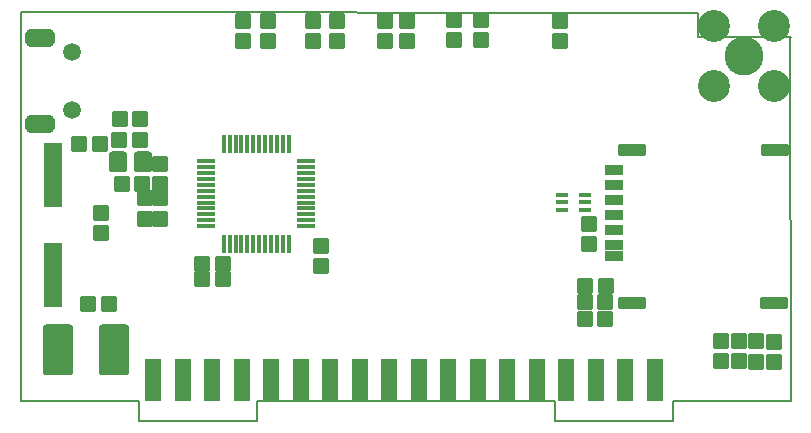
<source format=gbr>
G04 PROTEUS RS274X GERBER FILE*
%FSLAX45Y45*%
%MOMM*%
G01*
%ADD60C,3.302000*%
%ADD61C,2.708000*%
%AMPPAD074*
4,1,4,
-0.740000,-0.150000,
0.740000,-0.150000,
0.740000,0.150000,
-0.740000,0.150000,
-0.740000,-0.150000,
0*%
%ADD84PPAD074*%
%AMPPAD075*
4,1,4,
-0.150000,-0.740000,
0.150000,-0.740000,
0.150000,0.740000,
-0.150000,0.740000,
-0.150000,-0.740000,
0*%
%ADD85PPAD075*%
%AMPPAD076*
4,1,4,
0.500000,0.200000,
-0.500000,0.200000,
-0.500000,-0.200000,
0.500000,-0.200000,
0.500000,0.200000,
0*%
%ADD86PPAD076*%
%AMPPAD077*
4,1,48,
-1.016000,-2.159000,
1.016000,-2.159000,
1.042400,-2.157720,
1.067930,-2.153950,
1.092490,-2.147800,
1.138220,-2.128870,
1.178650,-2.101840,
1.212840,-2.067640,
1.239860,-2.027220,
1.258800,-1.981490,
1.264950,-1.956930,
1.268720,-1.931400,
1.270000,-1.905000,
1.270000,1.905000,
1.268720,1.931400,
1.264950,1.956930,
1.258800,1.981490,
1.239860,2.027220,
1.212840,2.067640,
1.178650,2.101840,
1.138220,2.128870,
1.092490,2.147800,
1.067930,2.153950,
1.042400,2.157720,
1.016000,2.159000,
-1.016000,2.159000,
-1.042400,2.157720,
-1.067930,2.153950,
-1.092490,2.147800,
-1.138220,2.128870,
-1.178650,2.101840,
-1.212840,2.067640,
-1.239860,2.027220,
-1.258800,1.981490,
-1.264950,1.956930,
-1.268720,1.931400,
-1.270000,1.905000,
-1.270000,-1.905000,
-1.268720,-1.931400,
-1.264950,-1.956930,
-1.258800,-1.981490,
-1.239860,-2.027220,
-1.212840,-2.067640,
-1.178650,-2.101840,
-1.138220,-2.128870,
-1.092490,-2.147800,
-1.067930,-2.153950,
-1.042400,-2.157720,
-1.016000,-2.159000,
0*%
%ADD87PPAD077*%
%AMPPAD078*
4,1,36,
-0.742000,0.325000,
-0.742000,-0.325000,
-0.739470,-0.350970,
-0.732200,-0.374980,
-0.720650,-0.396580,
-0.705290,-0.415290,
-0.686570,-0.430650,
-0.664980,-0.442200,
-0.640970,-0.449470,
-0.615000,-0.452000,
0.615000,-0.452000,
0.640970,-0.449470,
0.664980,-0.442200,
0.686570,-0.430650,
0.705290,-0.415290,
0.720650,-0.396580,
0.732200,-0.374980,
0.739470,-0.350970,
0.742000,-0.325000,
0.742000,0.325000,
0.739470,0.350970,
0.732200,0.374980,
0.720650,0.396580,
0.705290,0.415290,
0.686570,0.430650,
0.664980,0.442200,
0.640970,0.449470,
0.615000,0.452000,
-0.615000,0.452000,
-0.640970,0.449470,
-0.664980,0.442200,
-0.686570,0.430650,
-0.705290,0.415290,
-0.720650,0.396580,
-0.732200,0.374980,
-0.739470,0.350970,
-0.742000,0.325000,
0*%
%ADD88PPAD078*%
%AMPPAD079*
4,1,36,
1.050000,0.477000,
-1.050000,0.477000,
-1.075970,0.474470,
-1.099980,0.467200,
-1.121580,0.455650,
-1.140290,0.440290,
-1.155650,0.421570,
-1.167200,0.399980,
-1.174470,0.375970,
-1.177000,0.350000,
-1.177000,-0.350000,
-1.174470,-0.375970,
-1.167200,-0.399980,
-1.155650,-0.421570,
-1.140290,-0.440290,
-1.121580,-0.455650,
-1.099980,-0.467200,
-1.075970,-0.474470,
-1.050000,-0.477000,
1.050000,-0.477000,
1.075970,-0.474470,
1.099980,-0.467200,
1.121580,-0.455650,
1.140290,-0.440290,
1.155650,-0.421570,
1.167200,-0.399980,
1.174470,-0.375970,
1.177000,-0.350000,
1.177000,0.350000,
1.174470,0.375970,
1.167200,0.399980,
1.155650,0.421570,
1.140290,0.440290,
1.121580,0.455650,
1.099980,0.467200,
1.075970,0.474470,
1.050000,0.477000,
0*%
%ADD89PPAD079*%
%AMPPAD063*
4,1,4,
-0.698500,1.752600,
0.698500,1.752600,
0.698500,-1.752600,
-0.698500,-1.752600,
-0.698500,1.752600,
0*%
%ADD69PPAD063*%
%ADD76C,1.504000*%
%AMPPAD068*
4,1,36,
-1.277000,-0.167400,
-1.277000,0.167400,
-1.264870,0.292040,
-1.229970,0.407310,
-1.174530,0.510970,
-1.100790,0.600790,
-1.010970,0.674530,
-0.907310,0.729970,
-0.792040,0.764870,
-0.667400,0.777000,
0.667400,0.777000,
0.792040,0.764870,
0.907310,0.729970,
1.010970,0.674530,
1.100790,0.600790,
1.174530,0.510970,
1.229970,0.407310,
1.264870,0.292040,
1.277000,0.167400,
1.277000,-0.167400,
1.264870,-0.292040,
1.229970,-0.407310,
1.174530,-0.510970,
1.100790,-0.600790,
1.010970,-0.674530,
0.907310,-0.729970,
0.792040,-0.764870,
0.667400,-0.777000,
-0.667400,-0.777000,
-0.792040,-0.764870,
-0.907310,-0.729970,
-1.010970,-0.674530,
-1.100790,-0.600790,
-1.174530,-0.510970,
-1.229970,-0.407310,
-1.264870,-0.292040,
-1.277000,-0.167400,
0*%
%ADD78PPAD068*%
%AMPPAD080*
4,1,4,
0.750000,-2.750000,
0.750000,2.750000,
-0.750000,2.750000,
-0.750000,-2.750000,
0.750000,-2.750000,
0*%
%ADD90PPAD080*%
%AMPPAD081*
4,1,48,
-0.698500,0.444500,
-0.698500,-0.444500,
-0.697220,-0.470900,
-0.693450,-0.496430,
-0.687300,-0.520990,
-0.668370,-0.566720,
-0.641340,-0.607150,
-0.607140,-0.641340,
-0.566720,-0.668360,
-0.520990,-0.687300,
-0.496430,-0.693450,
-0.470900,-0.697220,
-0.444500,-0.698500,
0.444500,-0.698500,
0.470900,-0.697220,
0.496430,-0.693450,
0.520990,-0.687300,
0.566720,-0.668360,
0.607140,-0.641340,
0.641340,-0.607150,
0.668370,-0.566720,
0.687300,-0.520990,
0.693450,-0.496430,
0.697220,-0.470900,
0.698500,-0.444500,
0.698500,0.444500,
0.697220,0.470900,
0.693450,0.496430,
0.687300,0.520990,
0.668370,0.566720,
0.641340,0.607150,
0.607140,0.641340,
0.566720,0.668360,
0.520990,0.687300,
0.496430,0.693450,
0.470900,0.697220,
0.444500,0.698500,
-0.444500,0.698500,
-0.470900,0.697220,
-0.496430,0.693450,
-0.520990,0.687300,
-0.566720,0.668360,
-0.607140,0.641340,
-0.641340,0.607150,
-0.668370,0.566720,
-0.687300,0.520990,
-0.693450,0.496430,
-0.697220,0.470900,
-0.698500,0.444500,
0*%
%ADD91PPAD081*%
%AMPPAD082*
4,1,48,
-0.444500,-0.698500,
0.444500,-0.698500,
0.470900,-0.697220,
0.496430,-0.693450,
0.520990,-0.687300,
0.566720,-0.668370,
0.607150,-0.641340,
0.641340,-0.607140,
0.668360,-0.566720,
0.687300,-0.520990,
0.693450,-0.496430,
0.697220,-0.470900,
0.698500,-0.444500,
0.698500,0.444500,
0.697220,0.470900,
0.693450,0.496430,
0.687300,0.520990,
0.668360,0.566720,
0.641340,0.607140,
0.607150,0.641340,
0.566720,0.668370,
0.520990,0.687300,
0.496430,0.693450,
0.470900,0.697220,
0.444500,0.698500,
-0.444500,0.698500,
-0.470900,0.697220,
-0.496430,0.693450,
-0.520990,0.687300,
-0.566720,0.668370,
-0.607150,0.641340,
-0.641340,0.607140,
-0.668360,0.566720,
-0.687300,0.520990,
-0.693450,0.496430,
-0.697220,0.470900,
-0.698500,0.444500,
-0.698500,-0.444500,
-0.697220,-0.470900,
-0.693450,-0.496430,
-0.687300,-0.520990,
-0.668360,-0.566720,
-0.641340,-0.607140,
-0.607150,-0.641340,
-0.566720,-0.668370,
-0.520990,-0.687300,
-0.496430,-0.693450,
-0.470900,-0.697220,
-0.444500,-0.698500,
0*%
%ADD92PPAD082*%
%AMPPAD083*
4,1,48,
-0.508000,-0.889000,
0.508000,-0.889000,
0.534400,-0.887720,
0.559930,-0.883950,
0.584490,-0.877800,
0.630220,-0.858870,
0.670650,-0.831840,
0.704840,-0.797640,
0.731860,-0.757220,
0.750800,-0.711490,
0.756950,-0.686930,
0.760720,-0.661400,
0.762000,-0.635000,
0.762000,0.635000,
0.760720,0.661400,
0.756950,0.686930,
0.750800,0.711490,
0.731860,0.757220,
0.704840,0.797640,
0.670650,0.831840,
0.630220,0.858870,
0.584490,0.877800,
0.559930,0.883950,
0.534400,0.887720,
0.508000,0.889000,
-0.508000,0.889000,
-0.534400,0.887720,
-0.559930,0.883950,
-0.584490,0.877800,
-0.630220,0.858870,
-0.670650,0.831840,
-0.704840,0.797640,
-0.731860,0.757220,
-0.750800,0.711490,
-0.756950,0.686930,
-0.760720,0.661400,
-0.762000,0.635000,
-0.762000,-0.635000,
-0.760720,-0.661400,
-0.756950,-0.686930,
-0.750800,-0.711490,
-0.731860,-0.757220,
-0.704840,-0.797640,
-0.670650,-0.831840,
-0.630220,-0.858870,
-0.584490,-0.877800,
-0.559930,-0.883950,
-0.534400,-0.887720,
-0.508000,-0.889000,
0*%
%ADD93PPAD083*%
%ADD42C,0.203200*%
D60*
X+6943100Y-1126540D03*
D61*
X+6689100Y-1380540D03*
X+7197100Y-1380540D03*
X+7197100Y-872540D03*
X+6689100Y-872540D03*
D84*
X+2389340Y-2564940D03*
X+2389340Y-2514940D03*
X+2389340Y-2464940D03*
X+2389340Y-2414940D03*
X+2389340Y-2364940D03*
X+2389340Y-2314940D03*
X+2389340Y-2264940D03*
X+2389340Y-2214940D03*
X+2389340Y-2164940D03*
X+2389340Y-2114940D03*
X+2389340Y-2064940D03*
X+2389340Y-2014940D03*
D85*
X+2538340Y-1865940D03*
X+2588340Y-1865940D03*
X+2638340Y-1865940D03*
X+2688340Y-1865940D03*
X+2738340Y-1865940D03*
X+2788340Y-1865940D03*
X+2838340Y-1865940D03*
X+2888340Y-1865940D03*
X+2938340Y-1865940D03*
X+2988340Y-1865940D03*
X+3038340Y-1865940D03*
X+3088340Y-1865940D03*
D84*
X+3237340Y-2014940D03*
X+3237340Y-2064940D03*
X+3237340Y-2114940D03*
X+3237340Y-2164940D03*
X+3237340Y-2214940D03*
X+3237340Y-2264940D03*
X+3237340Y-2314940D03*
X+3237340Y-2364940D03*
X+3237340Y-2414940D03*
X+3237340Y-2464940D03*
X+3237340Y-2514940D03*
X+3237340Y-2564940D03*
D85*
X+3088340Y-2713940D03*
X+3038340Y-2713940D03*
X+2988340Y-2713940D03*
X+2938340Y-2713940D03*
X+2888340Y-2713940D03*
X+2838340Y-2713940D03*
X+2788340Y-2713940D03*
X+2738340Y-2713940D03*
X+2688340Y-2713940D03*
X+2638340Y-2713940D03*
X+2588340Y-2713940D03*
X+2538340Y-2713940D03*
D86*
X+5595000Y-2298500D03*
X+5595000Y-2363500D03*
X+5595000Y-2428500D03*
X+5405000Y-2428500D03*
X+5405000Y-2363500D03*
X+5405000Y-2298500D03*
D87*
X+1608880Y-3617040D03*
X+1136440Y-3617040D03*
D88*
X+5840000Y-2599520D03*
X+5840000Y-2344280D03*
X+5840000Y-2088400D03*
X+5840000Y-2726980D03*
X+5840000Y-2471580D03*
X+5840000Y-2216340D03*
X+5839740Y-2821800D03*
D89*
X+5998560Y-1916440D03*
X+7202860Y-1917600D03*
X+7199980Y-3211960D03*
X+5998560Y-3211680D03*
D69*
X+1940000Y-3870000D03*
X+2190000Y-3870000D03*
X+2440000Y-3870000D03*
X+2690000Y-3870000D03*
X+2940000Y-3870000D03*
X+3190000Y-3870000D03*
X+3440000Y-3870000D03*
X+3690000Y-3870000D03*
X+3940000Y-3870000D03*
X+4190000Y-3870000D03*
X+4440000Y-3870000D03*
X+4690000Y-3870000D03*
X+4940000Y-3870000D03*
X+5190000Y-3870000D03*
X+5440000Y-3870000D03*
X+5690000Y-3870000D03*
X+5940000Y-3870000D03*
X+6190000Y-3870000D03*
D76*
X+1249920Y-1581580D03*
X+1249920Y-1091580D03*
D78*
X+980680Y-1697180D03*
X+980680Y-973280D03*
D90*
X+1090480Y-2981820D03*
X+1090480Y-2131820D03*
D91*
X+1498100Y-2454580D03*
X+1498100Y-2627300D03*
D92*
X+1392900Y-3222600D03*
X+1565620Y-3222600D03*
D91*
X+7200000Y-3716200D03*
X+7200000Y-3543480D03*
X+7047460Y-3711460D03*
X+7047460Y-3538740D03*
X+6897300Y-3708740D03*
X+6897300Y-3536020D03*
X+6749520Y-3533820D03*
X+6749520Y-3706540D03*
X+5629900Y-2546300D03*
X+5629900Y-2719020D03*
D92*
X+5772100Y-3069600D03*
X+5599380Y-3069600D03*
X+5596940Y-3204200D03*
X+5769660Y-3204200D03*
X+5594300Y-3351540D03*
X+5767020Y-3351540D03*
D91*
X+5383280Y-824280D03*
X+5383280Y-997000D03*
D93*
X+1642060Y-2025660D03*
X+1855420Y-2025660D03*
D91*
X+2002780Y-2038300D03*
X+2002780Y-2211020D03*
D92*
X+1677620Y-2211080D03*
X+1850340Y-2211080D03*
D91*
X+2002800Y-2503220D03*
X+2002800Y-2330500D03*
X+1868120Y-2330460D03*
X+1868120Y-2503180D03*
D92*
X+1832660Y-1659880D03*
X+1659940Y-1659880D03*
X+1827580Y-1837680D03*
X+1654860Y-1837680D03*
X+1316940Y-1865640D03*
X+1489660Y-1865640D03*
D91*
X+3500300Y-826400D03*
X+3500300Y-999120D03*
X+4090800Y-826400D03*
X+4090800Y-999120D03*
X+4717451Y-817451D03*
X+4717451Y-990171D03*
X+2909800Y-826400D03*
X+2909800Y-999120D03*
X+2699800Y-826400D03*
X+2699800Y-999120D03*
X+3290300Y-826400D03*
X+3290300Y-999120D03*
X+3900800Y-826400D03*
X+3900800Y-999120D03*
X+4487179Y-815911D03*
X+4487179Y-988631D03*
X+3364240Y-2904540D03*
X+3364240Y-2731820D03*
D92*
X+2358340Y-2889260D03*
X+2531060Y-2889260D03*
X+2358340Y-3011180D03*
X+2531060Y-3011180D03*
D42*
X+818980Y-4046380D02*
X+818980Y-756380D01*
X+7338980Y-4046380D02*
X+7336440Y-966720D01*
X+817880Y-754380D02*
X+6554000Y-756920D01*
X+1818640Y-4046220D02*
X+1818640Y-4216700D01*
X+1818640Y-4218940D02*
X+2016760Y-4218940D01*
X+1818640Y-4218940D02*
X+2817020Y-4218940D01*
X+2817460Y-4047860D02*
X+2817460Y-4218340D01*
X+2816860Y-4046220D02*
X+5341620Y-4046220D01*
X+1818640Y-4046220D02*
X+817880Y-4046220D01*
X+5341620Y-4218940D02*
X+5341620Y-4046220D01*
X+6339840Y-4046220D02*
X+7338060Y-4046220D01*
X+6339840Y-4218940D02*
X+6339840Y-4046220D01*
X+5341620Y-4218940D02*
X+6339840Y-4218940D01*
X+6554000Y-756920D02*
X+6554000Y-967260D01*
X+7338060Y-967260D01*
M02*

</source>
